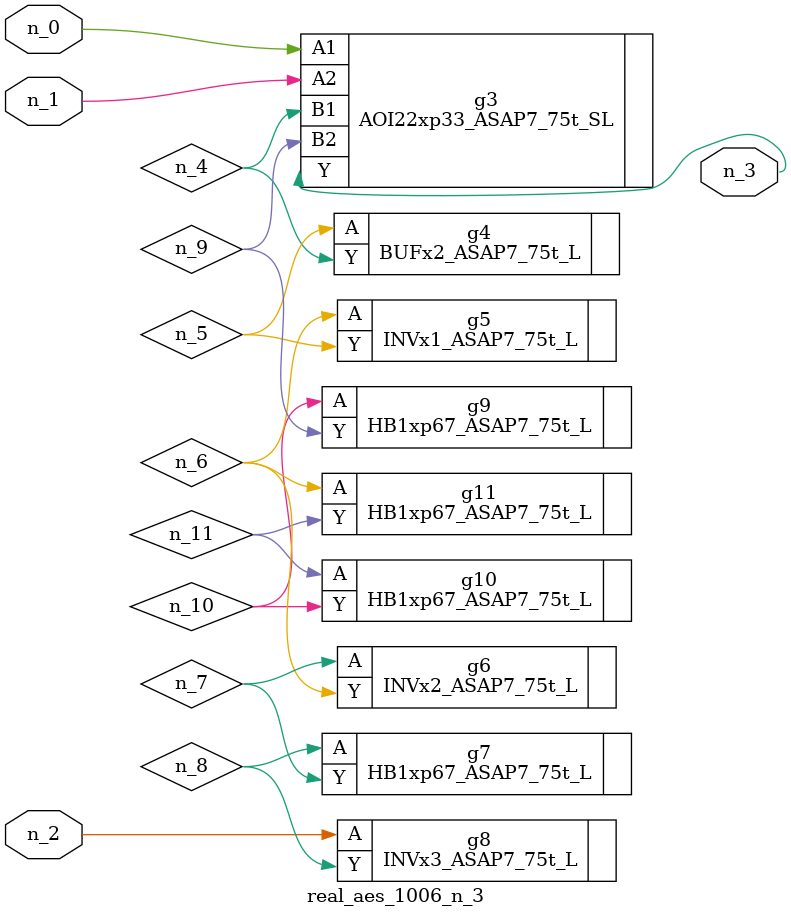
<source format=v>
module real_aes_1006_n_3 (n_0, n_2, n_1, n_3);
input n_0;
input n_2;
input n_1;
output n_3;
wire n_4;
wire n_5;
wire n_7;
wire n_9;
wire n_6;
wire n_8;
wire n_10;
wire n_11;
AOI22xp33_ASAP7_75t_SL g3 ( .A1(n_0), .A2(n_1), .B1(n_4), .B2(n_9), .Y(n_3) );
INVx3_ASAP7_75t_L g8 ( .A(n_2), .Y(n_8) );
BUFx2_ASAP7_75t_L g4 ( .A(n_5), .Y(n_4) );
INVx1_ASAP7_75t_L g5 ( .A(n_6), .Y(n_5) );
HB1xp67_ASAP7_75t_L g11 ( .A(n_6), .Y(n_11) );
INVx2_ASAP7_75t_L g6 ( .A(n_7), .Y(n_6) );
HB1xp67_ASAP7_75t_L g7 ( .A(n_8), .Y(n_7) );
HB1xp67_ASAP7_75t_L g9 ( .A(n_10), .Y(n_9) );
HB1xp67_ASAP7_75t_L g10 ( .A(n_11), .Y(n_10) );
endmodule
</source>
